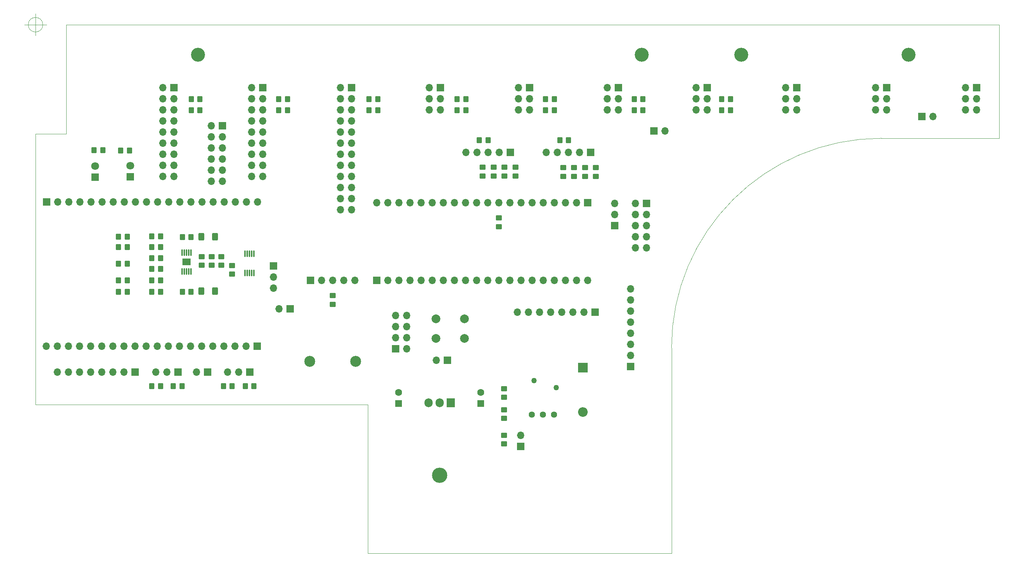
<source format=gbr>
%TF.GenerationSoftware,KiCad,Pcbnew,6.0.8-f2edbf62ab~116~ubuntu20.04.1*%
%TF.CreationDate,2023-10-04T21:41:11+02:00*%
%TF.ProjectId,Board_Bluetooth_radio_platform,426f6172-645f-4426-9c75-65746f6f7468,1.1*%
%TF.SameCoordinates,Original*%
%TF.FileFunction,Soldermask,Top*%
%TF.FilePolarity,Negative*%
%FSLAX46Y46*%
G04 Gerber Fmt 4.6, Leading zero omitted, Abs format (unit mm)*
G04 Created by KiCad (PCBNEW 6.0.8-f2edbf62ab~116~ubuntu20.04.1) date 2023-10-04 21:41:11*
%MOMM*%
%LPD*%
G01*
G04 APERTURE LIST*
G04 Aperture macros list*
%AMRoundRect*
0 Rectangle with rounded corners*
0 $1 Rounding radius*
0 $2 $3 $4 $5 $6 $7 $8 $9 X,Y pos of 4 corners*
0 Add a 4 corners polygon primitive as box body*
4,1,4,$2,$3,$4,$5,$6,$7,$8,$9,$2,$3,0*
0 Add four circle primitives for the rounded corners*
1,1,$1+$1,$2,$3*
1,1,$1+$1,$4,$5*
1,1,$1+$1,$6,$7*
1,1,$1+$1,$8,$9*
0 Add four rect primitives between the rounded corners*
20,1,$1+$1,$2,$3,$4,$5,0*
20,1,$1+$1,$4,$5,$6,$7,0*
20,1,$1+$1,$6,$7,$8,$9,0*
20,1,$1+$1,$8,$9,$2,$3,0*%
G04 Aperture macros list end*
%TA.AperFunction,Profile*%
%ADD10C,0.100000*%
%TD*%
%ADD11R,1.700000X1.700000*%
%ADD12O,1.700000X1.700000*%
%ADD13RoundRect,0.250000X-0.350000X-0.450000X0.350000X-0.450000X0.350000X0.450000X-0.350000X0.450000X0*%
%ADD14RoundRect,0.250000X-0.400000X-0.625000X0.400000X-0.625000X0.400000X0.625000X-0.400000X0.625000X0*%
%ADD15RoundRect,0.250000X-0.450000X0.350000X-0.450000X-0.350000X0.450000X-0.350000X0.450000X0.350000X0*%
%ADD16C,2.500000*%
%ADD17O,3.500000X3.500000*%
%ADD18R,1.905000X2.000000*%
%ADD19O,1.905000X2.000000*%
%ADD20RoundRect,0.250000X0.450000X-0.350000X0.450000X0.350000X-0.450000X0.350000X-0.450000X-0.350000X0*%
%ADD21R,1.800000X1.800000*%
%ADD22C,1.800000*%
%ADD23RoundRect,0.250000X0.350000X0.450000X-0.350000X0.450000X-0.350000X-0.450000X0.350000X-0.450000X0*%
%ADD24C,1.440000*%
%ADD25C,3.200000*%
%ADD26R,2.200000X2.200000*%
%ADD27O,2.200000X2.200000*%
%ADD28C,2.000000*%
%ADD29R,1.600000X1.600000*%
%ADD30C,1.600000*%
%ADD31C,1.270000*%
%ADD32RoundRect,0.075000X-0.075000X0.650000X-0.075000X-0.650000X0.075000X-0.650000X0.075000X0.650000X0*%
%ADD33R,1.880000X1.570000*%
G04 APERTURE END LIST*
D10*
X277500000Y-19000000D02*
X277500000Y-45000000D01*
X277500000Y-45000000D02*
X250500000Y-45000000D01*
X57000000Y-106000000D02*
X133000000Y-105934000D01*
X202500000Y-140000000D02*
X202500000Y-93000000D01*
X64000000Y-19000000D02*
X64000000Y-44000000D01*
X250500000Y-45000000D02*
G75*
G03*
X202500000Y-93000000I0J-48000000D01*
G01*
X133000000Y-140000000D02*
X202500000Y-140000000D01*
X133000000Y-105934000D02*
X133000000Y-140000000D01*
X57000000Y-44000000D02*
X57000000Y-106000000D01*
X64000000Y-44000000D02*
X57000000Y-44000000D01*
X64000000Y-19000000D02*
X277500000Y-19000000D01*
X58666666Y-19000000D02*
G75*
G03*
X58666666Y-19000000I-1666666J0D01*
G01*
X54500000Y-19000000D02*
X59500000Y-19000000D01*
X57000000Y-16500000D02*
X57000000Y-21500000D01*
D11*
%TO.C,J_III1*%
X231193108Y-33434000D03*
D12*
X228653108Y-33434000D03*
X231193108Y-35974000D03*
X228653108Y-35974000D03*
X231193108Y-38514000D03*
X228653108Y-38514000D03*
%TD*%
D13*
%TO.C,C11*%
X75995000Y-77517847D03*
X77995000Y-77517847D03*
%TD*%
D14*
%TO.C,C17*%
X94950000Y-80000000D03*
X98050000Y-80000000D03*
%TD*%
D11*
%TO.C,J_sys1*%
X198510000Y-43359000D03*
D12*
X201050000Y-43359000D03*
%TD*%
D11*
%TO.C,J_VI1*%
X169993108Y-33434000D03*
D12*
X167453108Y-33434000D03*
X169993108Y-35974000D03*
X167453108Y-35974000D03*
X169993108Y-38514000D03*
X167453108Y-38514000D03*
%TD*%
D15*
%TO.C,C6*%
X185202000Y-51734000D03*
X185202000Y-53734000D03*
%TD*%
D11*
%TO.C,J_pwrLed1*%
X168000000Y-115500000D03*
D12*
X168000000Y-112960000D03*
%TD*%
D11*
%TO.C,J13*%
X193149000Y-97217000D03*
D12*
X193149000Y-94677000D03*
X193149000Y-92137000D03*
X193149000Y-89597000D03*
X193149000Y-87057000D03*
X193149000Y-84517000D03*
X193149000Y-81977000D03*
X193149000Y-79437000D03*
%TD*%
D11*
%TO.C,J3*%
X107720000Y-92567847D03*
D12*
X105180000Y-92567847D03*
X102640000Y-92567847D03*
X100100000Y-92567847D03*
X97560000Y-92567847D03*
X95020000Y-92567847D03*
X92480000Y-92567847D03*
X89940000Y-92567847D03*
X87400000Y-92567847D03*
X84860000Y-92567847D03*
X82320000Y-92567847D03*
X79780000Y-92567847D03*
X77240000Y-92567847D03*
X74700000Y-92567847D03*
X72160000Y-92567847D03*
X69620000Y-92567847D03*
X67080000Y-92567847D03*
X64540000Y-92567847D03*
X62000000Y-92567847D03*
X59460000Y-92567847D03*
%TD*%
D15*
%TO.C,R43*%
X125028500Y-81015500D03*
X125028500Y-83015500D03*
%TD*%
D14*
%TO.C,C16*%
X94950000Y-67500000D03*
X98050000Y-67500000D03*
%TD*%
D11*
%TO.C,J_IX1*%
X109009777Y-33434000D03*
D12*
X106469777Y-33434000D03*
X109009777Y-35974000D03*
X106469777Y-35974000D03*
X109009777Y-38514000D03*
X106469777Y-38514000D03*
X109009777Y-41054000D03*
X106469777Y-41054000D03*
X109009777Y-43594000D03*
X106469777Y-43594000D03*
X109009777Y-46134000D03*
X106469777Y-46134000D03*
X109009777Y-48674000D03*
X106469777Y-48674000D03*
X109009777Y-51214000D03*
X106469777Y-51214000D03*
X109009777Y-53754000D03*
X106469777Y-53754000D03*
%TD*%
D11*
%TO.C,J_I1*%
X272282000Y-33434000D03*
D12*
X269742000Y-33434000D03*
X272282000Y-35974000D03*
X269742000Y-35974000D03*
X272282000Y-38514000D03*
X269742000Y-38514000D03*
%TD*%
D11*
%TO.C,J8*%
X99790000Y-42175000D03*
D12*
X97250000Y-42175000D03*
X99790000Y-44715000D03*
X97250000Y-44715000D03*
X99790000Y-47255000D03*
X97250000Y-47255000D03*
X99790000Y-49795000D03*
X97250000Y-49795000D03*
X99790000Y-52335000D03*
X97250000Y-52335000D03*
X99790000Y-54875000D03*
X97250000Y-54875000D03*
%TD*%
D11*
%TO.C,J11*%
X184002000Y-48259000D03*
D12*
X181462000Y-48259000D03*
X178922000Y-48259000D03*
X176382000Y-48259000D03*
X173842000Y-48259000D03*
%TD*%
D16*
%TO.C,REF5*%
X130236500Y-96069500D03*
%TD*%
D11*
%TO.C,J12*%
X165602000Y-48259000D03*
D12*
X163062000Y-48259000D03*
X160522000Y-48259000D03*
X157982000Y-48259000D03*
X155442000Y-48259000D03*
%TD*%
D11*
%TO.C,J_VIII1*%
X129337554Y-33434000D03*
D12*
X126797554Y-33434000D03*
X129337554Y-35974000D03*
X126797554Y-35974000D03*
X129337554Y-38514000D03*
X126797554Y-38514000D03*
X129337554Y-41054000D03*
X126797554Y-41054000D03*
X129337554Y-43594000D03*
X126797554Y-43594000D03*
X129337554Y-46134000D03*
X126797554Y-46134000D03*
X129337554Y-48674000D03*
X126797554Y-48674000D03*
X129337554Y-51214000D03*
X126797554Y-51214000D03*
X129337554Y-53754000D03*
X126797554Y-53754000D03*
X129337554Y-56294000D03*
X126797554Y-56294000D03*
X129337554Y-58834000D03*
X126797554Y-58834000D03*
X129337554Y-61374000D03*
X126797554Y-61374000D03*
%TD*%
D17*
%TO.C,U1*%
X149458000Y-122168000D03*
D18*
X151998000Y-105508000D03*
D19*
X149458000Y-105508000D03*
X146918000Y-105508000D03*
%TD*%
D20*
%TO.C,R16*%
X161802000Y-53634000D03*
X161802000Y-51634000D03*
%TD*%
D11*
%TO.C,J14*%
X111449000Y-74186847D03*
D12*
X111449000Y-76726847D03*
X111449000Y-79266847D03*
%TD*%
D11*
%TO.C,J_VII1*%
X149665331Y-33434000D03*
D12*
X147125331Y-33434000D03*
X149665331Y-35974000D03*
X147125331Y-35974000D03*
X149665331Y-38514000D03*
X147125331Y-38514000D03*
%TD*%
D13*
%TO.C,R30*%
X216000000Y-36018000D03*
X214000000Y-36018000D03*
%TD*%
D21*
%TO.C,D2*%
X70600000Y-53900000D03*
D22*
X70600000Y-51360000D03*
%TD*%
D13*
%TO.C,R32*%
X193976000Y-36018000D03*
X195976000Y-36018000D03*
%TD*%
D11*
%TO.C,JGPIO9*%
X89580000Y-98500000D03*
D12*
X87040000Y-98500000D03*
X84500000Y-98500000D03*
%TD*%
D11*
%TO.C,J9*%
X196790000Y-59950000D03*
D12*
X194250000Y-59950000D03*
X196790000Y-62490000D03*
X194250000Y-62490000D03*
X196790000Y-65030000D03*
X194250000Y-65030000D03*
X196790000Y-67570000D03*
X194250000Y-67570000D03*
X196790000Y-70110000D03*
X194250000Y-70110000D03*
%TD*%
D13*
%TO.C,R20*%
X83595000Y-74917847D03*
X85595000Y-74917847D03*
%TD*%
D23*
%TO.C,R33*%
X173702000Y-38558000D03*
X175702000Y-38558000D03*
%TD*%
D13*
%TO.C,R12*%
X158552000Y-45416000D03*
X160552000Y-45416000D03*
%TD*%
D15*
%TO.C,C3*%
X164190000Y-107134000D03*
X164190000Y-109134000D03*
%TD*%
%TO.C,C7*%
X166802000Y-51634000D03*
X166802000Y-53634000D03*
%TD*%
D13*
%TO.C,R34*%
X175702000Y-36018000D03*
X173702000Y-36018000D03*
%TD*%
%TO.C,C12*%
X75995000Y-80117847D03*
X77995000Y-80117847D03*
%TD*%
D20*
%TO.C,C15*%
X99515000Y-74091847D03*
X99515000Y-72091847D03*
%TD*%
D13*
%TO.C,R36*%
X153428000Y-36018000D03*
X155428000Y-36018000D03*
%TD*%
D23*
%TO.C,R7*%
X72400000Y-47750000D03*
X70400000Y-47750000D03*
%TD*%
D12*
%TO.C,J_IV1*%
X208108664Y-38514000D03*
X210648664Y-38514000D03*
X208108664Y-35974000D03*
X210648664Y-35974000D03*
X208108664Y-33434000D03*
D11*
X210648664Y-33434000D03*
%TD*%
D20*
%TO.C,C18*%
X97265000Y-74091847D03*
X97265000Y-72091847D03*
%TD*%
D24*
%TO.C,RV1*%
X170530000Y-108243000D03*
X173070000Y-108243000D03*
X175610000Y-108243000D03*
%TD*%
D20*
%TO.C,R15*%
X164302000Y-53634000D03*
X164302000Y-51634000D03*
%TD*%
D21*
%TO.C,D3*%
X78650000Y-53850000D03*
D22*
X78650000Y-51310000D03*
%TD*%
D20*
%TO.C,R10*%
X164190000Y-114976000D03*
X164190000Y-112976000D03*
%TD*%
D13*
%TO.C,R4*%
X104985000Y-101700000D03*
X106985000Y-101700000D03*
%TD*%
D11*
%TO.C,J10*%
X189500000Y-65025000D03*
D12*
X189500000Y-62485000D03*
X189500000Y-59945000D03*
%TD*%
D20*
%TO.C,C5*%
X159302000Y-53634000D03*
X159302000Y-51634000D03*
%TD*%
D13*
%TO.C,R18*%
X83595000Y-69917847D03*
X85595000Y-69917847D03*
%TD*%
D23*
%TO.C,R41*%
X92606000Y-38558000D03*
X94606000Y-38558000D03*
%TD*%
D13*
%TO.C,R42*%
X94606000Y-36018000D03*
X92606000Y-36018000D03*
%TD*%
D25*
%TO.C,REF1*%
X94200000Y-25900000D03*
%TD*%
D23*
%TO.C,R35*%
X155428000Y-38558000D03*
X153428000Y-38558000D03*
%TD*%
D12*
%TO.C,J_X1*%
X86142000Y-53754000D03*
X88682000Y-53754000D03*
X86142000Y-51214000D03*
X88682000Y-51214000D03*
X86142000Y-48674000D03*
X88682000Y-48674000D03*
X86142000Y-46134000D03*
X88682000Y-46134000D03*
X86142000Y-43594000D03*
X88682000Y-43594000D03*
X86142000Y-41054000D03*
X88682000Y-41054000D03*
X86142000Y-38514000D03*
X88682000Y-38514000D03*
X86142000Y-35974000D03*
X88682000Y-35974000D03*
X86142000Y-33434000D03*
D11*
X88682000Y-33434000D03*
%TD*%
%TO.C,J20*%
X119936500Y-77544500D03*
D12*
X122476500Y-77544500D03*
X125016500Y-77544500D03*
X127556500Y-77544500D03*
X130096500Y-77544500D03*
%TD*%
D26*
%TO.C,D1*%
X182224000Y-97466000D03*
D27*
X182224000Y-107626000D03*
%TD*%
D23*
%TO.C,R39*%
X114626000Y-38558000D03*
X112626000Y-38558000D03*
%TD*%
D20*
%TO.C,R14*%
X180202000Y-53734000D03*
X180202000Y-51734000D03*
%TD*%
D11*
%TO.C,J15*%
X115250000Y-84025000D03*
D12*
X112710000Y-84025000D03*
%TD*%
D13*
%TO.C,R2*%
X88530000Y-101700000D03*
X90530000Y-101700000D03*
%TD*%
D16*
%TO.C,REF4*%
X119736500Y-96069500D03*
%TD*%
D11*
%TO.C,JRP4020L_1*%
X135102000Y-77549000D03*
D12*
X137642000Y-77549000D03*
X140182000Y-77549000D03*
X142722000Y-77549000D03*
X145262000Y-77549000D03*
X147802000Y-77549000D03*
X150342000Y-77549000D03*
X152882000Y-77549000D03*
X155422000Y-77549000D03*
X157962000Y-77549000D03*
X160502000Y-77549000D03*
X163042000Y-77549000D03*
X165582000Y-77549000D03*
X168122000Y-77549000D03*
X170662000Y-77549000D03*
X173202000Y-77549000D03*
X175742000Y-77549000D03*
X178282000Y-77549000D03*
X180822000Y-77549000D03*
X183362000Y-77549000D03*
%TD*%
D25*
%TO.C,REF3*%
X256700000Y-25900000D03*
%TD*%
D13*
%TO.C,R40*%
X112626000Y-36018000D03*
X114626000Y-36018000D03*
%TD*%
D20*
%TO.C,R8*%
X164190000Y-104308000D03*
X164190000Y-102308000D03*
%TD*%
D28*
%TO.C,SW1*%
X148634000Y-90822000D03*
X155134000Y-90822000D03*
X148634000Y-86322000D03*
X155134000Y-86322000D03*
%TD*%
D13*
%TO.C,C8*%
X75995000Y-67517847D03*
X77995000Y-67517847D03*
%TD*%
%TO.C,R11*%
X176952000Y-45416000D03*
X178952000Y-45416000D03*
%TD*%
D29*
%TO.C,C2*%
X158856000Y-105697113D03*
D30*
X158856000Y-103197113D03*
%TD*%
D11*
%TO.C,J5*%
X59520000Y-59547847D03*
D12*
X62060000Y-59547847D03*
X64600000Y-59547847D03*
X67140000Y-59547847D03*
X69680000Y-59547847D03*
X72220000Y-59547847D03*
X74760000Y-59547847D03*
X77300000Y-59547847D03*
X79840000Y-59547847D03*
X82380000Y-59547847D03*
X84920000Y-59547847D03*
X87460000Y-59547847D03*
X90000000Y-59547847D03*
X92540000Y-59547847D03*
X95080000Y-59547847D03*
X97620000Y-59547847D03*
X100160000Y-59547847D03*
X102700000Y-59547847D03*
X105240000Y-59547847D03*
X107780000Y-59547847D03*
%TD*%
D13*
%TO.C,R21*%
X83595000Y-77517847D03*
X85595000Y-77517847D03*
%TD*%
D11*
%TO.C,J19*%
X96330000Y-98500000D03*
D12*
X93790000Y-98500000D03*
%TD*%
%TO.C,J_II1*%
X249197552Y-38514000D03*
X251737552Y-38514000D03*
X249197552Y-35974000D03*
X251737552Y-35974000D03*
X249197552Y-33434000D03*
D11*
X251737552Y-33434000D03*
%TD*%
D31*
%TO.C,F1*%
X176128000Y-102038000D03*
X171028000Y-100438000D03*
%TD*%
D13*
%TO.C,R26*%
X90595000Y-67617847D03*
X92595000Y-67617847D03*
%TD*%
D11*
%TO.C,J7*%
X139402000Y-93184000D03*
D12*
X141942000Y-93184000D03*
X139402000Y-90644000D03*
X141942000Y-90644000D03*
X139402000Y-88104000D03*
X141942000Y-88104000D03*
X139402000Y-85564000D03*
X141942000Y-85564000D03*
%TD*%
D13*
%TO.C,R22*%
X83595000Y-80117847D03*
X85595000Y-80117847D03*
%TD*%
D23*
%TO.C,R29*%
X214000000Y-38558000D03*
X216000000Y-38558000D03*
%TD*%
%TO.C,R31*%
X195976000Y-38558000D03*
X193976000Y-38558000D03*
%TD*%
D32*
%TO.C,U3*%
X92545000Y-71157847D03*
X92045000Y-71157847D03*
X91545000Y-71157847D03*
X91045000Y-71157847D03*
X90545000Y-71157847D03*
X90545000Y-75457847D03*
X91045000Y-75457847D03*
X91545000Y-75457847D03*
X92045000Y-75457847D03*
X92545000Y-75457847D03*
D33*
X91545000Y-73307847D03*
%TD*%
D15*
%TO.C,C19*%
X95015000Y-72091847D03*
X95015000Y-74091847D03*
%TD*%
D25*
%TO.C,REF2*%
X195700000Y-25900000D03*
%TD*%
D13*
%TO.C,R19*%
X83595000Y-72417847D03*
X85595000Y-72417847D03*
%TD*%
%TO.C,R17*%
X83595000Y-67417847D03*
X85595000Y-67417847D03*
%TD*%
D11*
%TO.C,JGPIO7*%
X106010000Y-98500000D03*
D12*
X103470000Y-98500000D03*
X100930000Y-98500000D03*
%TD*%
D15*
%TO.C,R28*%
X162966000Y-63212000D03*
X162966000Y-65212000D03*
%TD*%
D13*
%TO.C,C9*%
X75995000Y-69917847D03*
X77995000Y-69917847D03*
%TD*%
D11*
%TO.C,J1*%
X259750000Y-39975000D03*
D12*
X262290000Y-39975000D03*
%TD*%
D29*
%TO.C,C1*%
X140060000Y-105697113D03*
D30*
X140060000Y-103197113D03*
%TD*%
D13*
%TO.C,R9*%
X76500000Y-47800000D03*
X78500000Y-47800000D03*
%TD*%
D25*
%TO.C,REF6*%
X218500000Y-25900000D03*
%TD*%
D11*
%TO.C,JRP2040R_1*%
X183302000Y-59769000D03*
D12*
X180762000Y-59769000D03*
X178222000Y-59769000D03*
X175682000Y-59769000D03*
X173142000Y-59769000D03*
X170602000Y-59769000D03*
X168062000Y-59769000D03*
X165522000Y-59769000D03*
X162982000Y-59769000D03*
X160442000Y-59769000D03*
X157902000Y-59769000D03*
X155362000Y-59769000D03*
X152822000Y-59769000D03*
X150282000Y-59769000D03*
X147742000Y-59769000D03*
X145202000Y-59769000D03*
X142662000Y-59769000D03*
X140122000Y-59769000D03*
X137582000Y-59769000D03*
X135042000Y-59769000D03*
%TD*%
D11*
%TO.C,J2*%
X79780000Y-98500000D03*
D12*
X77240000Y-98500000D03*
X74700000Y-98500000D03*
X72160000Y-98500000D03*
X69620000Y-98500000D03*
X67080000Y-98500000D03*
X64540000Y-98500000D03*
X62000000Y-98500000D03*
%TD*%
D11*
%TO.C,J4*%
X151250000Y-95802000D03*
D12*
X148710000Y-95802000D03*
%TD*%
D13*
%TO.C,R38*%
X133317000Y-36018000D03*
X135317000Y-36018000D03*
%TD*%
D20*
%TO.C,C4*%
X177702000Y-53734000D03*
X177702000Y-51734000D03*
%TD*%
D23*
%TO.C,R1*%
X85580000Y-101700000D03*
X83580000Y-101700000D03*
%TD*%
D20*
%TO.C,C20*%
X102000000Y-76107847D03*
X102000000Y-74107847D03*
%TD*%
D11*
%TO.C,J_V1*%
X190320885Y-33434000D03*
D12*
X187780885Y-33434000D03*
X190320885Y-35974000D03*
X187780885Y-35974000D03*
X190320885Y-38514000D03*
X187780885Y-38514000D03*
%TD*%
D13*
%TO.C,C10*%
X75995000Y-73717847D03*
X77995000Y-73717847D03*
%TD*%
D23*
%TO.C,R3*%
X101985000Y-101700000D03*
X99985000Y-101700000D03*
%TD*%
D13*
%TO.C,R27*%
X90595000Y-80117847D03*
X92595000Y-80117847D03*
%TD*%
D20*
%TO.C,R13*%
X182702000Y-53734000D03*
X182702000Y-51734000D03*
%TD*%
D23*
%TO.C,R37*%
X135317000Y-38558000D03*
X133317000Y-38558000D03*
%TD*%
D32*
%TO.C,U4*%
X106945000Y-71417847D03*
X106445000Y-71417847D03*
X105945000Y-71417847D03*
X105445000Y-71417847D03*
X104945000Y-71417847D03*
X104945000Y-75817847D03*
X105445000Y-75817847D03*
X105945000Y-75817847D03*
X106445000Y-75817847D03*
X106945000Y-75817847D03*
%TD*%
D11*
%TO.C,J6*%
X184998000Y-84786000D03*
D12*
X182458000Y-84786000D03*
X179918000Y-84786000D03*
X177378000Y-84786000D03*
X174838000Y-84786000D03*
X172298000Y-84786000D03*
X169758000Y-84786000D03*
X167218000Y-84786000D03*
%TD*%
M02*

</source>
